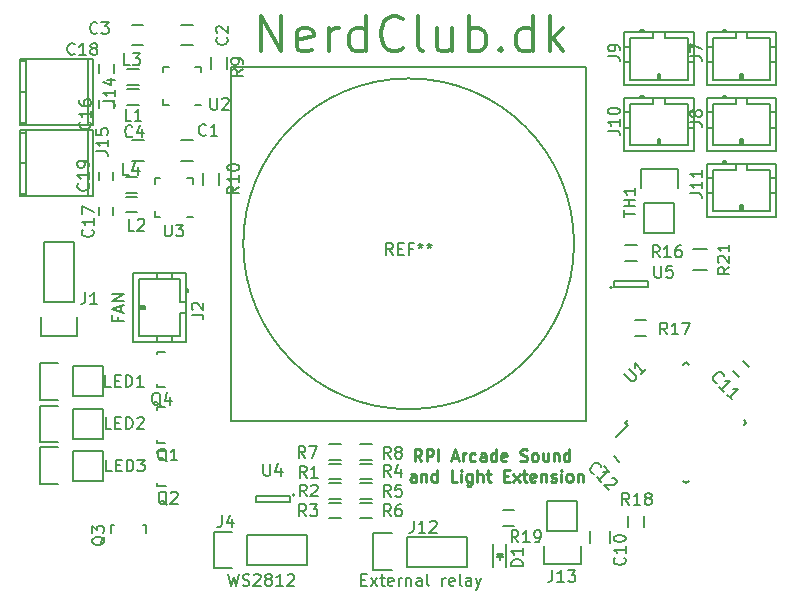
<source format=gto>
G04 #@! TF.GenerationSoftware,KiCad,Pcbnew,5.1.4+dfsg1-1*
G04 #@! TF.CreationDate,2019-10-24T19:10:14+02:00*
G04 #@! TF.ProjectId,rasle,7261736c-652e-46b6-9963-61645f706362,rev?*
G04 #@! TF.SameCoordinates,Original*
G04 #@! TF.FileFunction,Legend,Top*
G04 #@! TF.FilePolarity,Positive*
%FSLAX46Y46*%
G04 Gerber Fmt 4.6, Leading zero omitted, Abs format (unit mm)*
G04 Created by KiCad (PCBNEW 5.1.4+dfsg1-1) date 2019-10-24 19:10:14*
%MOMM*%
%LPD*%
G04 APERTURE LIST*
%ADD10C,0.300000*%
%ADD11C,0.250000*%
%ADD12C,0.150000*%
G04 APERTURE END LIST*
D10*
X220762914Y-103338442D02*
X220762914Y-100338442D01*
X222477200Y-103338442D01*
X222477200Y-100338442D01*
X225048628Y-103195585D02*
X224762914Y-103338442D01*
X224191485Y-103338442D01*
X223905771Y-103195585D01*
X223762914Y-102909871D01*
X223762914Y-101767014D01*
X223905771Y-101481300D01*
X224191485Y-101338442D01*
X224762914Y-101338442D01*
X225048628Y-101481300D01*
X225191485Y-101767014D01*
X225191485Y-102052728D01*
X223762914Y-102338442D01*
X226477200Y-103338442D02*
X226477200Y-101338442D01*
X226477200Y-101909871D02*
X226620057Y-101624157D01*
X226762914Y-101481300D01*
X227048628Y-101338442D01*
X227334342Y-101338442D01*
X229620057Y-103338442D02*
X229620057Y-100338442D01*
X229620057Y-103195585D02*
X229334342Y-103338442D01*
X228762914Y-103338442D01*
X228477200Y-103195585D01*
X228334342Y-103052728D01*
X228191485Y-102767014D01*
X228191485Y-101909871D01*
X228334342Y-101624157D01*
X228477200Y-101481300D01*
X228762914Y-101338442D01*
X229334342Y-101338442D01*
X229620057Y-101481300D01*
X232762914Y-103052728D02*
X232620057Y-103195585D01*
X232191485Y-103338442D01*
X231905771Y-103338442D01*
X231477200Y-103195585D01*
X231191485Y-102909871D01*
X231048628Y-102624157D01*
X230905771Y-102052728D01*
X230905771Y-101624157D01*
X231048628Y-101052728D01*
X231191485Y-100767014D01*
X231477200Y-100481300D01*
X231905771Y-100338442D01*
X232191485Y-100338442D01*
X232620057Y-100481300D01*
X232762914Y-100624157D01*
X234477200Y-103338442D02*
X234191485Y-103195585D01*
X234048628Y-102909871D01*
X234048628Y-100338442D01*
X236905771Y-101338442D02*
X236905771Y-103338442D01*
X235620057Y-101338442D02*
X235620057Y-102909871D01*
X235762914Y-103195585D01*
X236048628Y-103338442D01*
X236477200Y-103338442D01*
X236762914Y-103195585D01*
X236905771Y-103052728D01*
X238334342Y-103338442D02*
X238334342Y-100338442D01*
X238334342Y-101481300D02*
X238620057Y-101338442D01*
X239191485Y-101338442D01*
X239477200Y-101481300D01*
X239620057Y-101624157D01*
X239762914Y-101909871D01*
X239762914Y-102767014D01*
X239620057Y-103052728D01*
X239477200Y-103195585D01*
X239191485Y-103338442D01*
X238620057Y-103338442D01*
X238334342Y-103195585D01*
X241048628Y-103052728D02*
X241191485Y-103195585D01*
X241048628Y-103338442D01*
X240905771Y-103195585D01*
X241048628Y-103052728D01*
X241048628Y-103338442D01*
X243762914Y-103338442D02*
X243762914Y-100338442D01*
X243762914Y-103195585D02*
X243477200Y-103338442D01*
X242905771Y-103338442D01*
X242620057Y-103195585D01*
X242477200Y-103052728D01*
X242334342Y-102767014D01*
X242334342Y-101909871D01*
X242477200Y-101624157D01*
X242620057Y-101481300D01*
X242905771Y-101338442D01*
X243477200Y-101338442D01*
X243762914Y-101481300D01*
X245191485Y-103338442D02*
X245191485Y-100338442D01*
X245477200Y-102195585D02*
X246334342Y-103338442D01*
X246334342Y-101338442D02*
X245191485Y-102481300D01*
D11*
X234333657Y-138020380D02*
X234000323Y-137544190D01*
X233762228Y-138020380D02*
X233762228Y-137020380D01*
X234143180Y-137020380D01*
X234238419Y-137068000D01*
X234286038Y-137115619D01*
X234333657Y-137210857D01*
X234333657Y-137353714D01*
X234286038Y-137448952D01*
X234238419Y-137496571D01*
X234143180Y-137544190D01*
X233762228Y-137544190D01*
X234762228Y-138020380D02*
X234762228Y-137020380D01*
X235143180Y-137020380D01*
X235238419Y-137068000D01*
X235286038Y-137115619D01*
X235333657Y-137210857D01*
X235333657Y-137353714D01*
X235286038Y-137448952D01*
X235238419Y-137496571D01*
X235143180Y-137544190D01*
X234762228Y-137544190D01*
X235762228Y-138020380D02*
X235762228Y-137020380D01*
X236952704Y-137734666D02*
X237428895Y-137734666D01*
X236857466Y-138020380D02*
X237190800Y-137020380D01*
X237524133Y-138020380D01*
X237857466Y-138020380D02*
X237857466Y-137353714D01*
X237857466Y-137544190D02*
X237905085Y-137448952D01*
X237952704Y-137401333D01*
X238047942Y-137353714D01*
X238143180Y-137353714D01*
X238905085Y-137972761D02*
X238809847Y-138020380D01*
X238619371Y-138020380D01*
X238524133Y-137972761D01*
X238476514Y-137925142D01*
X238428895Y-137829904D01*
X238428895Y-137544190D01*
X238476514Y-137448952D01*
X238524133Y-137401333D01*
X238619371Y-137353714D01*
X238809847Y-137353714D01*
X238905085Y-137401333D01*
X239762228Y-138020380D02*
X239762228Y-137496571D01*
X239714609Y-137401333D01*
X239619371Y-137353714D01*
X239428895Y-137353714D01*
X239333657Y-137401333D01*
X239762228Y-137972761D02*
X239666990Y-138020380D01*
X239428895Y-138020380D01*
X239333657Y-137972761D01*
X239286038Y-137877523D01*
X239286038Y-137782285D01*
X239333657Y-137687047D01*
X239428895Y-137639428D01*
X239666990Y-137639428D01*
X239762228Y-137591809D01*
X240666990Y-138020380D02*
X240666990Y-137020380D01*
X240666990Y-137972761D02*
X240571752Y-138020380D01*
X240381276Y-138020380D01*
X240286038Y-137972761D01*
X240238419Y-137925142D01*
X240190800Y-137829904D01*
X240190800Y-137544190D01*
X240238419Y-137448952D01*
X240286038Y-137401333D01*
X240381276Y-137353714D01*
X240571752Y-137353714D01*
X240666990Y-137401333D01*
X241524133Y-137972761D02*
X241428895Y-138020380D01*
X241238419Y-138020380D01*
X241143180Y-137972761D01*
X241095561Y-137877523D01*
X241095561Y-137496571D01*
X241143180Y-137401333D01*
X241238419Y-137353714D01*
X241428895Y-137353714D01*
X241524133Y-137401333D01*
X241571752Y-137496571D01*
X241571752Y-137591809D01*
X241095561Y-137687047D01*
X242714609Y-137972761D02*
X242857466Y-138020380D01*
X243095561Y-138020380D01*
X243190800Y-137972761D01*
X243238419Y-137925142D01*
X243286038Y-137829904D01*
X243286038Y-137734666D01*
X243238419Y-137639428D01*
X243190800Y-137591809D01*
X243095561Y-137544190D01*
X242905085Y-137496571D01*
X242809847Y-137448952D01*
X242762228Y-137401333D01*
X242714609Y-137306095D01*
X242714609Y-137210857D01*
X242762228Y-137115619D01*
X242809847Y-137068000D01*
X242905085Y-137020380D01*
X243143180Y-137020380D01*
X243286038Y-137068000D01*
X243857466Y-138020380D02*
X243762228Y-137972761D01*
X243714609Y-137925142D01*
X243666990Y-137829904D01*
X243666990Y-137544190D01*
X243714609Y-137448952D01*
X243762228Y-137401333D01*
X243857466Y-137353714D01*
X244000323Y-137353714D01*
X244095561Y-137401333D01*
X244143180Y-137448952D01*
X244190800Y-137544190D01*
X244190800Y-137829904D01*
X244143180Y-137925142D01*
X244095561Y-137972761D01*
X244000323Y-138020380D01*
X243857466Y-138020380D01*
X245047942Y-137353714D02*
X245047942Y-138020380D01*
X244619371Y-137353714D02*
X244619371Y-137877523D01*
X244666990Y-137972761D01*
X244762228Y-138020380D01*
X244905085Y-138020380D01*
X245000323Y-137972761D01*
X245047942Y-137925142D01*
X245524133Y-137353714D02*
X245524133Y-138020380D01*
X245524133Y-137448952D02*
X245571752Y-137401333D01*
X245666990Y-137353714D01*
X245809847Y-137353714D01*
X245905085Y-137401333D01*
X245952704Y-137496571D01*
X245952704Y-138020380D01*
X246857466Y-138020380D02*
X246857466Y-137020380D01*
X246857466Y-137972761D02*
X246762228Y-138020380D01*
X246571752Y-138020380D01*
X246476514Y-137972761D01*
X246428895Y-137925142D01*
X246381276Y-137829904D01*
X246381276Y-137544190D01*
X246428895Y-137448952D01*
X246476514Y-137401333D01*
X246571752Y-137353714D01*
X246762228Y-137353714D01*
X246857466Y-137401333D01*
X233833657Y-139770380D02*
X233833657Y-139246571D01*
X233786038Y-139151333D01*
X233690800Y-139103714D01*
X233500323Y-139103714D01*
X233405085Y-139151333D01*
X233833657Y-139722761D02*
X233738419Y-139770380D01*
X233500323Y-139770380D01*
X233405085Y-139722761D01*
X233357466Y-139627523D01*
X233357466Y-139532285D01*
X233405085Y-139437047D01*
X233500323Y-139389428D01*
X233738419Y-139389428D01*
X233833657Y-139341809D01*
X234309847Y-139103714D02*
X234309847Y-139770380D01*
X234309847Y-139198952D02*
X234357466Y-139151333D01*
X234452704Y-139103714D01*
X234595561Y-139103714D01*
X234690800Y-139151333D01*
X234738419Y-139246571D01*
X234738419Y-139770380D01*
X235643180Y-139770380D02*
X235643180Y-138770380D01*
X235643180Y-139722761D02*
X235547942Y-139770380D01*
X235357466Y-139770380D01*
X235262228Y-139722761D01*
X235214609Y-139675142D01*
X235166990Y-139579904D01*
X235166990Y-139294190D01*
X235214609Y-139198952D01*
X235262228Y-139151333D01*
X235357466Y-139103714D01*
X235547942Y-139103714D01*
X235643180Y-139151333D01*
X237357466Y-139770380D02*
X236881276Y-139770380D01*
X236881276Y-138770380D01*
X237690800Y-139770380D02*
X237690800Y-139103714D01*
X237690800Y-138770380D02*
X237643180Y-138818000D01*
X237690800Y-138865619D01*
X237738419Y-138818000D01*
X237690800Y-138770380D01*
X237690800Y-138865619D01*
X238595561Y-139103714D02*
X238595561Y-139913238D01*
X238547942Y-140008476D01*
X238500323Y-140056095D01*
X238405085Y-140103714D01*
X238262228Y-140103714D01*
X238166990Y-140056095D01*
X238595561Y-139722761D02*
X238500323Y-139770380D01*
X238309847Y-139770380D01*
X238214609Y-139722761D01*
X238166990Y-139675142D01*
X238119371Y-139579904D01*
X238119371Y-139294190D01*
X238166990Y-139198952D01*
X238214609Y-139151333D01*
X238309847Y-139103714D01*
X238500323Y-139103714D01*
X238595561Y-139151333D01*
X239071752Y-139770380D02*
X239071752Y-138770380D01*
X239500323Y-139770380D02*
X239500323Y-139246571D01*
X239452704Y-139151333D01*
X239357466Y-139103714D01*
X239214609Y-139103714D01*
X239119371Y-139151333D01*
X239071752Y-139198952D01*
X239833657Y-139103714D02*
X240214609Y-139103714D01*
X239976514Y-138770380D02*
X239976514Y-139627523D01*
X240024133Y-139722761D01*
X240119371Y-139770380D01*
X240214609Y-139770380D01*
X241309847Y-139246571D02*
X241643180Y-139246571D01*
X241786038Y-139770380D02*
X241309847Y-139770380D01*
X241309847Y-138770380D01*
X241786038Y-138770380D01*
X242119371Y-139770380D02*
X242643180Y-139103714D01*
X242119371Y-139103714D02*
X242643180Y-139770380D01*
X242881276Y-139103714D02*
X243262228Y-139103714D01*
X243024133Y-138770380D02*
X243024133Y-139627523D01*
X243071752Y-139722761D01*
X243166990Y-139770380D01*
X243262228Y-139770380D01*
X243976514Y-139722761D02*
X243881276Y-139770380D01*
X243690800Y-139770380D01*
X243595561Y-139722761D01*
X243547942Y-139627523D01*
X243547942Y-139246571D01*
X243595561Y-139151333D01*
X243690800Y-139103714D01*
X243881276Y-139103714D01*
X243976514Y-139151333D01*
X244024133Y-139246571D01*
X244024133Y-139341809D01*
X243547942Y-139437047D01*
X244452704Y-139103714D02*
X244452704Y-139770380D01*
X244452704Y-139198952D02*
X244500323Y-139151333D01*
X244595561Y-139103714D01*
X244738419Y-139103714D01*
X244833657Y-139151333D01*
X244881276Y-139246571D01*
X244881276Y-139770380D01*
X245309847Y-139722761D02*
X245405085Y-139770380D01*
X245595561Y-139770380D01*
X245690800Y-139722761D01*
X245738419Y-139627523D01*
X245738419Y-139579904D01*
X245690800Y-139484666D01*
X245595561Y-139437047D01*
X245452704Y-139437047D01*
X245357466Y-139389428D01*
X245309847Y-139294190D01*
X245309847Y-139246571D01*
X245357466Y-139151333D01*
X245452704Y-139103714D01*
X245595561Y-139103714D01*
X245690800Y-139151333D01*
X246166990Y-139770380D02*
X246166990Y-139103714D01*
X246166990Y-138770380D02*
X246119371Y-138818000D01*
X246166990Y-138865619D01*
X246214609Y-138818000D01*
X246166990Y-138770380D01*
X246166990Y-138865619D01*
X246786038Y-139770380D02*
X246690800Y-139722761D01*
X246643180Y-139675142D01*
X246595561Y-139579904D01*
X246595561Y-139294190D01*
X246643180Y-139198952D01*
X246690800Y-139151333D01*
X246786038Y-139103714D01*
X246928895Y-139103714D01*
X247024133Y-139151333D01*
X247071752Y-139198952D01*
X247119371Y-139294190D01*
X247119371Y-139579904D01*
X247071752Y-139675142D01*
X247024133Y-139722761D01*
X246928895Y-139770380D01*
X246786038Y-139770380D01*
X247547942Y-139103714D02*
X247547942Y-139770380D01*
X247547942Y-139198952D02*
X247595561Y-139151333D01*
X247690800Y-139103714D01*
X247833657Y-139103714D01*
X247928895Y-139151333D01*
X247976514Y-139246571D01*
X247976514Y-139770380D01*
D12*
X218245400Y-134618400D02*
X218245400Y-104618400D01*
X248245400Y-134618400D02*
X218245400Y-134618400D01*
X248245400Y-104618400D02*
X248245400Y-134618400D01*
X218245400Y-104618400D02*
X248245400Y-104618400D01*
X247245400Y-119618400D02*
G75*
G03X247245400Y-119618400I-14000000J0D01*
G01*
X211735400Y-117309600D02*
X211735400Y-116809600D01*
X214985400Y-114059600D02*
X214985400Y-114559600D01*
X211735400Y-114059600D02*
X211735400Y-114559600D01*
X214985400Y-117309600D02*
X214485400Y-117309600D01*
X214985400Y-114059600D02*
X214485400Y-114059600D01*
X211735400Y-114059600D02*
X212235400Y-114059600D01*
X211735400Y-117309600D02*
X212235400Y-117309600D01*
X230263500Y-147232000D02*
X230263500Y-144132000D01*
X231813500Y-147232000D02*
X230263500Y-147232000D01*
X233083500Y-144412000D02*
X233083500Y-146952000D01*
X230263500Y-144132000D02*
X231813500Y-144132000D01*
X238163500Y-144412000D02*
X233083500Y-144412000D01*
X238163500Y-146952000D02*
X238163500Y-144412000D01*
X233083500Y-146952000D02*
X238163500Y-146952000D01*
X258537400Y-121842800D02*
X257337400Y-121842800D01*
X257337400Y-120092800D02*
X258537400Y-120092800D01*
X209787000Y-102818600D02*
X210787000Y-102818600D01*
X210787000Y-101118600D02*
X209787000Y-101118600D01*
X210812400Y-110872200D02*
X209812400Y-110872200D01*
X209812400Y-112572200D02*
X210812400Y-112572200D01*
X250329200Y-144962800D02*
X250329200Y-143962800D01*
X248629200Y-143962800D02*
X248629200Y-144962800D01*
X251595400Y-119708600D02*
X252595400Y-119708600D01*
X252595400Y-121058600D02*
X251595400Y-121058600D01*
X250470000Y-123325200D02*
G75*
G03X250470000Y-123325200I-100000J0D01*
G01*
X250620000Y-122775200D02*
X250620000Y-123275200D01*
X253520000Y-122775200D02*
X250620000Y-122775200D01*
X253520000Y-123275200D02*
X253520000Y-122775200D01*
X250620000Y-123275200D02*
X253520000Y-123275200D01*
X253382800Y-127408600D02*
X252382800Y-127408600D01*
X252382800Y-126058600D02*
X253382800Y-126058600D01*
X230141800Y-137949600D02*
X229141800Y-137949600D01*
X229141800Y-136599600D02*
X230141800Y-136599600D01*
X230141800Y-139575200D02*
X229141800Y-139575200D01*
X229141800Y-138225200D02*
X230141800Y-138225200D01*
X223578000Y-140894000D02*
G75*
G03X223578000Y-140894000I-100000J0D01*
G01*
X223228000Y-141444000D02*
X223228000Y-140944000D01*
X220328000Y-141444000D02*
X223228000Y-141444000D01*
X220328000Y-140944000D02*
X220328000Y-141444000D01*
X223228000Y-140944000D02*
X220328000Y-140944000D01*
X210400000Y-125015800D02*
X210900000Y-125015800D01*
X210900000Y-125115800D02*
X210400000Y-125115800D01*
X210900000Y-124915800D02*
X210900000Y-125115800D01*
X210400000Y-124915800D02*
X210900000Y-124915800D01*
X214500000Y-123715800D02*
X214500000Y-123415800D01*
X214600000Y-123415800D02*
X214400000Y-123415800D01*
X214600000Y-123715800D02*
X214600000Y-123415800D01*
X214400000Y-123715800D02*
X214600000Y-123715800D01*
X211900000Y-127465800D02*
X211900000Y-127965800D01*
X213200000Y-127465800D02*
X213200000Y-127965800D01*
X211900000Y-122065800D02*
X211900000Y-122565800D01*
X213200000Y-122065800D02*
X213200000Y-122565800D01*
X213900000Y-125515800D02*
X214400000Y-125515800D01*
X213900000Y-127465800D02*
X213900000Y-125515800D01*
X210400000Y-127465800D02*
X213900000Y-127465800D01*
X210400000Y-122565800D02*
X210400000Y-127465800D01*
X213900000Y-122565800D02*
X210400000Y-122565800D01*
X213900000Y-124515800D02*
X213900000Y-122565800D01*
X214400000Y-124515800D02*
X213900000Y-124515800D01*
X209900000Y-127965800D02*
X209900000Y-122065800D01*
X214400000Y-127965800D02*
X209900000Y-127965800D01*
X214400000Y-122065800D02*
X214400000Y-127965800D01*
X209900000Y-122065800D02*
X214400000Y-122065800D01*
X204927600Y-124574600D02*
X204927600Y-119494600D01*
X204927600Y-119494600D02*
X202387600Y-119494600D01*
X202387600Y-119494600D02*
X202387600Y-124574600D01*
X202107600Y-127394600D02*
X202107600Y-125844600D01*
X202387600Y-124574600D02*
X204927600Y-124574600D01*
X205207600Y-125844600D02*
X205207600Y-127394600D01*
X205207600Y-127394600D02*
X202107600Y-127394600D01*
X261426600Y-116841600D02*
X261426600Y-116341600D01*
X261526600Y-116341600D02*
X261526600Y-116841600D01*
X261326600Y-116341600D02*
X261526600Y-116341600D01*
X261326600Y-116841600D02*
X261326600Y-116341600D01*
X260126600Y-112741600D02*
X259826600Y-112741600D01*
X259826600Y-112641600D02*
X259826600Y-112841600D01*
X260126600Y-112641600D02*
X259826600Y-112641600D01*
X260126600Y-112841600D02*
X260126600Y-112641600D01*
X263876600Y-115341600D02*
X264376600Y-115341600D01*
X263876600Y-114041600D02*
X264376600Y-114041600D01*
X258476600Y-115341600D02*
X258976600Y-115341600D01*
X258476600Y-114041600D02*
X258976600Y-114041600D01*
X261926600Y-113341600D02*
X261926600Y-112841600D01*
X263876600Y-113341600D02*
X261926600Y-113341600D01*
X263876600Y-116841600D02*
X263876600Y-113341600D01*
X258976600Y-116841600D02*
X263876600Y-116841600D01*
X258976600Y-113341600D02*
X258976600Y-116841600D01*
X260926600Y-113341600D02*
X258976600Y-113341600D01*
X260926600Y-112841600D02*
X260926600Y-113341600D01*
X264376600Y-117341600D02*
X258476600Y-117341600D01*
X264376600Y-112841600D02*
X264376600Y-117341600D01*
X258476600Y-112841600D02*
X264376600Y-112841600D01*
X258476600Y-117341600D02*
X258476600Y-112841600D01*
X254448200Y-111279000D02*
X254448200Y-110779000D01*
X254548200Y-110779000D02*
X254548200Y-111279000D01*
X254348200Y-110779000D02*
X254548200Y-110779000D01*
X254348200Y-111279000D02*
X254348200Y-110779000D01*
X253148200Y-107179000D02*
X252848200Y-107179000D01*
X252848200Y-107079000D02*
X252848200Y-107279000D01*
X253148200Y-107079000D02*
X252848200Y-107079000D01*
X253148200Y-107279000D02*
X253148200Y-107079000D01*
X256898200Y-109779000D02*
X257398200Y-109779000D01*
X256898200Y-108479000D02*
X257398200Y-108479000D01*
X251498200Y-109779000D02*
X251998200Y-109779000D01*
X251498200Y-108479000D02*
X251998200Y-108479000D01*
X254948200Y-107779000D02*
X254948200Y-107279000D01*
X256898200Y-107779000D02*
X254948200Y-107779000D01*
X256898200Y-111279000D02*
X256898200Y-107779000D01*
X251998200Y-111279000D02*
X256898200Y-111279000D01*
X251998200Y-107779000D02*
X251998200Y-111279000D01*
X253948200Y-107779000D02*
X251998200Y-107779000D01*
X253948200Y-107279000D02*
X253948200Y-107779000D01*
X257398200Y-111779000D02*
X251498200Y-111779000D01*
X257398200Y-107279000D02*
X257398200Y-111779000D01*
X251498200Y-107279000D02*
X257398200Y-107279000D01*
X251498200Y-111779000D02*
X251498200Y-107279000D01*
X261426600Y-105716400D02*
X261426600Y-105216400D01*
X261526600Y-105216400D02*
X261526600Y-105716400D01*
X261326600Y-105216400D02*
X261526600Y-105216400D01*
X261326600Y-105716400D02*
X261326600Y-105216400D01*
X260126600Y-101616400D02*
X259826600Y-101616400D01*
X259826600Y-101516400D02*
X259826600Y-101716400D01*
X260126600Y-101516400D02*
X259826600Y-101516400D01*
X260126600Y-101716400D02*
X260126600Y-101516400D01*
X263876600Y-104216400D02*
X264376600Y-104216400D01*
X263876600Y-102916400D02*
X264376600Y-102916400D01*
X258476600Y-104216400D02*
X258976600Y-104216400D01*
X258476600Y-102916400D02*
X258976600Y-102916400D01*
X261926600Y-102216400D02*
X261926600Y-101716400D01*
X263876600Y-102216400D02*
X261926600Y-102216400D01*
X263876600Y-105716400D02*
X263876600Y-102216400D01*
X258976600Y-105716400D02*
X263876600Y-105716400D01*
X258976600Y-102216400D02*
X258976600Y-105716400D01*
X260926600Y-102216400D02*
X258976600Y-102216400D01*
X260926600Y-101716400D02*
X260926600Y-102216400D01*
X264376600Y-106216400D02*
X258476600Y-106216400D01*
X264376600Y-101716400D02*
X264376600Y-106216400D01*
X258476600Y-101716400D02*
X264376600Y-101716400D01*
X258476600Y-106216400D02*
X258476600Y-101716400D01*
X216763400Y-147105000D02*
X216763400Y-144005000D01*
X218313400Y-147105000D02*
X216763400Y-147105000D01*
X219583400Y-144285000D02*
X219583400Y-146825000D01*
X216763400Y-144005000D02*
X218313400Y-144005000D01*
X224663400Y-144285000D02*
X219583400Y-144285000D01*
X224663400Y-146825000D02*
X224663400Y-144285000D01*
X219583400Y-146825000D02*
X224663400Y-146825000D01*
X251585430Y-134769642D02*
X251815240Y-134999452D01*
X256711954Y-129643118D02*
X256941764Y-129872928D01*
X261838478Y-134769642D02*
X261608668Y-134539832D01*
X256711954Y-139896166D02*
X256482144Y-139666356D01*
X251585430Y-134769642D02*
X251815240Y-134539832D01*
X256711954Y-139896166D02*
X256941764Y-139666356D01*
X261838478Y-134769642D02*
X261608668Y-134999452D01*
X256711954Y-129643118D02*
X256482144Y-129872928D01*
X251815240Y-134999452D02*
X250807612Y-136007079D01*
X261586357Y-129572129D02*
X262081331Y-130067103D01*
X261232803Y-130915631D02*
X260737829Y-130420657D01*
X250598847Y-137571119D02*
X251093821Y-138066093D01*
X250245293Y-138914621D02*
X249750319Y-138419647D01*
X210824160Y-143406160D02*
X210775900Y-143406160D01*
X208025180Y-144107200D02*
X208025180Y-143406160D01*
X208025180Y-143406160D02*
X208274100Y-143406160D01*
X210824160Y-143406160D02*
X211024820Y-143406160D01*
X211024820Y-143406160D02*
X211024820Y-144107200D01*
X207391400Y-139662200D02*
X207391400Y-137122200D01*
X204851400Y-139662200D02*
X207391400Y-139662200D01*
X202031400Y-139942200D02*
X202031400Y-136842200D01*
X203581400Y-139942200D02*
X202031400Y-139942200D01*
X204851400Y-137122200D02*
X204851400Y-139662200D01*
X202031400Y-136842200D02*
X203581400Y-136842200D01*
X204851400Y-137122200D02*
X207391400Y-137122200D01*
X207391400Y-132524800D02*
X207391400Y-129984800D01*
X204851400Y-132524800D02*
X207391400Y-132524800D01*
X202031400Y-132804800D02*
X202031400Y-129704800D01*
X203581400Y-132804800D02*
X202031400Y-132804800D01*
X204851400Y-129984800D02*
X204851400Y-132524800D01*
X202031400Y-129704800D02*
X203581400Y-129704800D01*
X204851400Y-129984800D02*
X207391400Y-129984800D01*
X207391400Y-136131600D02*
X207391400Y-133591600D01*
X204851400Y-136131600D02*
X207391400Y-136131600D01*
X202031400Y-136411600D02*
X202031400Y-133311600D01*
X203581400Y-136411600D02*
X202031400Y-136411600D01*
X204851400Y-133591600D02*
X204851400Y-136131600D01*
X202031400Y-133311600D02*
X203581400Y-133311600D01*
X204851400Y-133591600D02*
X207391400Y-133591600D01*
X211948160Y-133664040D02*
X211948160Y-133712300D01*
X212649200Y-136463020D02*
X211948160Y-136463020D01*
X211948160Y-136463020D02*
X211948160Y-136214100D01*
X211948160Y-133664040D02*
X211948160Y-133463380D01*
X211948160Y-133463380D02*
X212649200Y-133463380D01*
X227513600Y-142877200D02*
X226513600Y-142877200D01*
X226513600Y-141527200D02*
X227513600Y-141527200D01*
X227500200Y-139575200D02*
X226500200Y-139575200D01*
X226500200Y-138225200D02*
X227500200Y-138225200D01*
X227500200Y-141200800D02*
X226500200Y-141200800D01*
X226500200Y-139850800D02*
X227500200Y-139850800D01*
X230141800Y-141226200D02*
X229141800Y-141226200D01*
X229141800Y-139876200D02*
X230141800Y-139876200D01*
X230167200Y-142877200D02*
X229167200Y-142877200D01*
X229167200Y-141527200D02*
X230167200Y-141527200D01*
X227500200Y-137949600D02*
X226500200Y-137949600D01*
X226500200Y-136599600D02*
X227500200Y-136599600D01*
X217845400Y-103830800D02*
X217845400Y-104830800D01*
X216495400Y-104830800D02*
X216495400Y-103830800D01*
X217210400Y-113635200D02*
X217210400Y-114635200D01*
X215860400Y-114635200D02*
X215860400Y-113635200D01*
X251852200Y-143628600D02*
X251852200Y-142628600D01*
X253202200Y-142628600D02*
X253202200Y-143628600D01*
X214978000Y-110872200D02*
X213978000Y-110872200D01*
X213978000Y-112572200D02*
X214978000Y-112572200D01*
X213983400Y-102818600D02*
X214983400Y-102818600D01*
X214983400Y-101118600D02*
X213983400Y-101118600D01*
X258476600Y-111779000D02*
X258476600Y-107279000D01*
X258476600Y-107279000D02*
X264376600Y-107279000D01*
X264376600Y-107279000D02*
X264376600Y-111779000D01*
X264376600Y-111779000D02*
X258476600Y-111779000D01*
X260926600Y-107279000D02*
X260926600Y-107779000D01*
X260926600Y-107779000D02*
X258976600Y-107779000D01*
X258976600Y-107779000D02*
X258976600Y-111279000D01*
X258976600Y-111279000D02*
X263876600Y-111279000D01*
X263876600Y-111279000D02*
X263876600Y-107779000D01*
X263876600Y-107779000D02*
X261926600Y-107779000D01*
X261926600Y-107779000D02*
X261926600Y-107279000D01*
X258476600Y-108479000D02*
X258976600Y-108479000D01*
X258476600Y-109779000D02*
X258976600Y-109779000D01*
X263876600Y-108479000D02*
X264376600Y-108479000D01*
X263876600Y-109779000D02*
X264376600Y-109779000D01*
X260126600Y-107279000D02*
X260126600Y-107079000D01*
X260126600Y-107079000D02*
X259826600Y-107079000D01*
X259826600Y-107079000D02*
X259826600Y-107279000D01*
X260126600Y-107179000D02*
X259826600Y-107179000D01*
X261326600Y-111279000D02*
X261326600Y-110779000D01*
X261326600Y-110779000D02*
X261526600Y-110779000D01*
X261526600Y-110779000D02*
X261526600Y-111279000D01*
X261426600Y-111279000D02*
X261426600Y-110779000D01*
X251517000Y-106216400D02*
X251517000Y-101716400D01*
X251517000Y-101716400D02*
X257417000Y-101716400D01*
X257417000Y-101716400D02*
X257417000Y-106216400D01*
X257417000Y-106216400D02*
X251517000Y-106216400D01*
X253967000Y-101716400D02*
X253967000Y-102216400D01*
X253967000Y-102216400D02*
X252017000Y-102216400D01*
X252017000Y-102216400D02*
X252017000Y-105716400D01*
X252017000Y-105716400D02*
X256917000Y-105716400D01*
X256917000Y-105716400D02*
X256917000Y-102216400D01*
X256917000Y-102216400D02*
X254967000Y-102216400D01*
X254967000Y-102216400D02*
X254967000Y-101716400D01*
X251517000Y-102916400D02*
X252017000Y-102916400D01*
X251517000Y-104216400D02*
X252017000Y-104216400D01*
X256917000Y-102916400D02*
X257417000Y-102916400D01*
X256917000Y-104216400D02*
X257417000Y-104216400D01*
X253167000Y-101716400D02*
X253167000Y-101516400D01*
X253167000Y-101516400D02*
X252867000Y-101516400D01*
X252867000Y-101516400D02*
X252867000Y-101716400D01*
X253167000Y-101616400D02*
X252867000Y-101616400D01*
X254367000Y-105716400D02*
X254367000Y-105216400D01*
X254367000Y-105216400D02*
X254567000Y-105216400D01*
X254567000Y-105216400D02*
X254567000Y-105716400D01*
X254467000Y-105716400D02*
X254467000Y-105216400D01*
X211973560Y-137321640D02*
X211973560Y-137369900D01*
X212674600Y-140120620D02*
X211973560Y-140120620D01*
X211973560Y-140120620D02*
X211973560Y-139871700D01*
X211973560Y-137321640D02*
X211973560Y-137120980D01*
X211973560Y-137120980D02*
X212674600Y-137120980D01*
X211948160Y-128939640D02*
X211948160Y-128987900D01*
X212649200Y-131738620D02*
X211948160Y-131738620D01*
X211948160Y-131738620D02*
X211948160Y-131489700D01*
X211948160Y-128939640D02*
X211948160Y-128738980D01*
X211948160Y-128738980D02*
X212649200Y-128738980D01*
X255753000Y-116124020D02*
X255753000Y-118664020D01*
X256033000Y-113304020D02*
X256033000Y-114854020D01*
X255753000Y-116124020D02*
X253213000Y-116124020D01*
X252933000Y-114854020D02*
X252933000Y-113304020D01*
X252933000Y-113304020D02*
X256033000Y-113304020D01*
X253213000Y-116124020D02*
X253213000Y-118664020D01*
X253213000Y-118664020D02*
X255753000Y-118664020D01*
X212446600Y-107860800D02*
X212946600Y-107860800D01*
X212446600Y-104610800D02*
X212946600Y-104610800D01*
X215696600Y-104610800D02*
X215196600Y-104610800D01*
X215696600Y-107860800D02*
X215196600Y-107860800D01*
X212446600Y-104610800D02*
X212446600Y-105110800D01*
X215696600Y-104610800D02*
X215696600Y-105110800D01*
X212446600Y-107860800D02*
X212446600Y-107360800D01*
X207070800Y-108123200D02*
X207070800Y-107423200D01*
X208270800Y-107423200D02*
X208270800Y-108123200D01*
X207045400Y-117203000D02*
X207045400Y-116503000D01*
X208245400Y-116503000D02*
X208245400Y-117203000D01*
X207070800Y-105124600D02*
X207070800Y-104424600D01*
X208270800Y-104424600D02*
X208270800Y-105124600D01*
X207045400Y-114205800D02*
X207045400Y-113505800D01*
X208245400Y-113505800D02*
X208245400Y-114205800D01*
X210431400Y-107850600D02*
X209431400Y-107850600D01*
X209431400Y-106500600D02*
X210431400Y-106500600D01*
X210279000Y-116969200D02*
X209279000Y-116969200D01*
X209279000Y-115619200D02*
X210279000Y-115619200D01*
X209431400Y-104849600D02*
X210431400Y-104849600D01*
X210431400Y-106199600D02*
X209431400Y-106199600D01*
X209279000Y-113942800D02*
X210279000Y-113942800D01*
X210279000Y-115292800D02*
X209279000Y-115292800D01*
X206525119Y-103962841D02*
X200327519Y-103962841D01*
X206525119Y-109561001D02*
X206525119Y-103962841D01*
X200327519Y-109561001D02*
X206525119Y-109561001D01*
X200327519Y-103962841D02*
X200327519Y-109561001D01*
X206126339Y-103962841D02*
X206126339Y-109561001D01*
X200327519Y-106761921D02*
X200825359Y-106761921D01*
X200825359Y-109362881D02*
X200327519Y-109362881D01*
X200327519Y-104160961D02*
X200825359Y-104160961D01*
X200825359Y-109561001D02*
X200825359Y-103962841D01*
X200825359Y-115611001D02*
X200825359Y-110012841D01*
X200327519Y-110210961D02*
X200825359Y-110210961D01*
X200825359Y-115412881D02*
X200327519Y-115412881D01*
X200327519Y-112811921D02*
X200825359Y-112811921D01*
X206126339Y-110012841D02*
X206126339Y-115611001D01*
X200327519Y-110012841D02*
X200327519Y-115611001D01*
X200327519Y-115611001D02*
X206525119Y-115611001D01*
X206525119Y-115611001D02*
X206525119Y-110012841D01*
X206525119Y-110012841D02*
X200327519Y-110012841D01*
X244983400Y-143904000D02*
X244983400Y-141364000D01*
X244703400Y-146724000D02*
X244703400Y-145174000D01*
X244983400Y-143904000D02*
X247523400Y-143904000D01*
X247803400Y-145174000D02*
X247803400Y-146724000D01*
X247803400Y-146724000D02*
X244703400Y-146724000D01*
X247523400Y-143904000D02*
X247523400Y-141364000D01*
X247523400Y-141364000D02*
X244983400Y-141364000D01*
X240412580Y-145062060D02*
X240412580Y-146962060D01*
X241512580Y-145062060D02*
X241512580Y-146962060D01*
X240962580Y-145962060D02*
X240962580Y-146412060D01*
X241212580Y-145912060D02*
X240712580Y-145912060D01*
X240962580Y-145912060D02*
X241212580Y-146162060D01*
X241212580Y-146162060D02*
X240712580Y-146162060D01*
X240712580Y-146162060D02*
X240962580Y-145912060D01*
X241194100Y-142134260D02*
X242194100Y-142134260D01*
X242194100Y-143484260D02*
X241194100Y-143484260D01*
X231912066Y-120570780D02*
X231578733Y-120094590D01*
X231340638Y-120570780D02*
X231340638Y-119570780D01*
X231721590Y-119570780D01*
X231816828Y-119618400D01*
X231864447Y-119666019D01*
X231912066Y-119761257D01*
X231912066Y-119904114D01*
X231864447Y-119999352D01*
X231816828Y-120046971D01*
X231721590Y-120094590D01*
X231340638Y-120094590D01*
X232340638Y-120046971D02*
X232673971Y-120046971D01*
X232816828Y-120570780D02*
X232340638Y-120570780D01*
X232340638Y-119570780D01*
X232816828Y-119570780D01*
X233578733Y-120046971D02*
X233245400Y-120046971D01*
X233245400Y-120570780D02*
X233245400Y-119570780D01*
X233721590Y-119570780D01*
X234245400Y-119570780D02*
X234245400Y-119808876D01*
X234007304Y-119713638D02*
X234245400Y-119808876D01*
X234483495Y-119713638D01*
X234102542Y-119999352D02*
X234245400Y-119808876D01*
X234388257Y-119999352D01*
X235007304Y-119570780D02*
X235007304Y-119808876D01*
X234769209Y-119713638D02*
X235007304Y-119808876D01*
X235245400Y-119713638D01*
X234864447Y-119999352D02*
X235007304Y-119808876D01*
X235150161Y-119999352D01*
X212598495Y-117986980D02*
X212598495Y-118796504D01*
X212646114Y-118891742D01*
X212693733Y-118939361D01*
X212788971Y-118986980D01*
X212979447Y-118986980D01*
X213074685Y-118939361D01*
X213122304Y-118891742D01*
X213169923Y-118796504D01*
X213169923Y-117986980D01*
X213550876Y-117986980D02*
X214169923Y-117986980D01*
X213836590Y-118367933D01*
X213979447Y-118367933D01*
X214074685Y-118415552D01*
X214122304Y-118463171D01*
X214169923Y-118558409D01*
X214169923Y-118796504D01*
X214122304Y-118891742D01*
X214074685Y-118939361D01*
X213979447Y-118986980D01*
X213693733Y-118986980D01*
X213598495Y-118939361D01*
X213550876Y-118891742D01*
X233670976Y-143064280D02*
X233670976Y-143778566D01*
X233623357Y-143921423D01*
X233528119Y-144016661D01*
X233385261Y-144064280D01*
X233290023Y-144064280D01*
X234670976Y-144064280D02*
X234099547Y-144064280D01*
X234385261Y-144064280D02*
X234385261Y-143064280D01*
X234290023Y-143207138D01*
X234194785Y-143302376D01*
X234099547Y-143349995D01*
X235051928Y-143159519D02*
X235099547Y-143111900D01*
X235194785Y-143064280D01*
X235432880Y-143064280D01*
X235528119Y-143111900D01*
X235575738Y-143159519D01*
X235623357Y-143254757D01*
X235623357Y-143349995D01*
X235575738Y-143492852D01*
X235004309Y-144064280D01*
X235623357Y-144064280D01*
X229253490Y-148048971D02*
X229586823Y-148048971D01*
X229729680Y-148572780D02*
X229253490Y-148572780D01*
X229253490Y-147572780D01*
X229729680Y-147572780D01*
X230063014Y-148572780D02*
X230586823Y-147906114D01*
X230063014Y-147906114D02*
X230586823Y-148572780D01*
X230824919Y-147906114D02*
X231205871Y-147906114D01*
X230967776Y-147572780D02*
X230967776Y-148429923D01*
X231015395Y-148525161D01*
X231110633Y-148572780D01*
X231205871Y-148572780D01*
X231920157Y-148525161D02*
X231824919Y-148572780D01*
X231634442Y-148572780D01*
X231539204Y-148525161D01*
X231491585Y-148429923D01*
X231491585Y-148048971D01*
X231539204Y-147953733D01*
X231634442Y-147906114D01*
X231824919Y-147906114D01*
X231920157Y-147953733D01*
X231967776Y-148048971D01*
X231967776Y-148144209D01*
X231491585Y-148239447D01*
X232396347Y-148572780D02*
X232396347Y-147906114D01*
X232396347Y-148096590D02*
X232443966Y-148001352D01*
X232491585Y-147953733D01*
X232586823Y-147906114D01*
X232682061Y-147906114D01*
X233015395Y-147906114D02*
X233015395Y-148572780D01*
X233015395Y-148001352D02*
X233063014Y-147953733D01*
X233158252Y-147906114D01*
X233301109Y-147906114D01*
X233396347Y-147953733D01*
X233443966Y-148048971D01*
X233443966Y-148572780D01*
X234348728Y-148572780D02*
X234348728Y-148048971D01*
X234301109Y-147953733D01*
X234205871Y-147906114D01*
X234015395Y-147906114D01*
X233920157Y-147953733D01*
X234348728Y-148525161D02*
X234253490Y-148572780D01*
X234015395Y-148572780D01*
X233920157Y-148525161D01*
X233872538Y-148429923D01*
X233872538Y-148334685D01*
X233920157Y-148239447D01*
X234015395Y-148191828D01*
X234253490Y-148191828D01*
X234348728Y-148144209D01*
X234967776Y-148572780D02*
X234872538Y-148525161D01*
X234824919Y-148429923D01*
X234824919Y-147572780D01*
X236110633Y-148572780D02*
X236110633Y-147906114D01*
X236110633Y-148096590D02*
X236158252Y-148001352D01*
X236205871Y-147953733D01*
X236301109Y-147906114D01*
X236396347Y-147906114D01*
X237110633Y-148525161D02*
X237015395Y-148572780D01*
X236824919Y-148572780D01*
X236729680Y-148525161D01*
X236682061Y-148429923D01*
X236682061Y-148048971D01*
X236729680Y-147953733D01*
X236824919Y-147906114D01*
X237015395Y-147906114D01*
X237110633Y-147953733D01*
X237158252Y-148048971D01*
X237158252Y-148144209D01*
X236682061Y-148239447D01*
X237729680Y-148572780D02*
X237634442Y-148525161D01*
X237586823Y-148429923D01*
X237586823Y-147572780D01*
X238539204Y-148572780D02*
X238539204Y-148048971D01*
X238491585Y-147953733D01*
X238396347Y-147906114D01*
X238205871Y-147906114D01*
X238110633Y-147953733D01*
X238539204Y-148525161D02*
X238443966Y-148572780D01*
X238205871Y-148572780D01*
X238110633Y-148525161D01*
X238063014Y-148429923D01*
X238063014Y-148334685D01*
X238110633Y-148239447D01*
X238205871Y-148191828D01*
X238443966Y-148191828D01*
X238539204Y-148144209D01*
X238920157Y-147906114D02*
X239158252Y-148572780D01*
X239396347Y-147906114D02*
X239158252Y-148572780D01*
X239063014Y-148810876D01*
X239015395Y-148858495D01*
X238920157Y-148906114D01*
X260409040Y-121585257D02*
X259932850Y-121918590D01*
X260409040Y-122156685D02*
X259409040Y-122156685D01*
X259409040Y-121775733D01*
X259456660Y-121680495D01*
X259504279Y-121632876D01*
X259599517Y-121585257D01*
X259742374Y-121585257D01*
X259837612Y-121632876D01*
X259885231Y-121680495D01*
X259932850Y-121775733D01*
X259932850Y-122156685D01*
X259504279Y-121204304D02*
X259456660Y-121156685D01*
X259409040Y-121061447D01*
X259409040Y-120823352D01*
X259456660Y-120728114D01*
X259504279Y-120680495D01*
X259599517Y-120632876D01*
X259694755Y-120632876D01*
X259837612Y-120680495D01*
X260409040Y-121251923D01*
X260409040Y-120632876D01*
X260409040Y-119680495D02*
X260409040Y-120251923D01*
X260409040Y-119966209D02*
X259409040Y-119966209D01*
X259551898Y-120061447D01*
X259647136Y-120156685D01*
X259694755Y-120251923D01*
X206894533Y-101741542D02*
X206846914Y-101789161D01*
X206704057Y-101836780D01*
X206608819Y-101836780D01*
X206465961Y-101789161D01*
X206370723Y-101693923D01*
X206323104Y-101598685D01*
X206275485Y-101408209D01*
X206275485Y-101265352D01*
X206323104Y-101074876D01*
X206370723Y-100979638D01*
X206465961Y-100884400D01*
X206608819Y-100836780D01*
X206704057Y-100836780D01*
X206846914Y-100884400D01*
X206894533Y-100932019D01*
X207227866Y-100836780D02*
X207846914Y-100836780D01*
X207513580Y-101217733D01*
X207656438Y-101217733D01*
X207751676Y-101265352D01*
X207799295Y-101312971D01*
X207846914Y-101408209D01*
X207846914Y-101646304D01*
X207799295Y-101741542D01*
X207751676Y-101789161D01*
X207656438Y-101836780D01*
X207370723Y-101836780D01*
X207275485Y-101789161D01*
X207227866Y-101741542D01*
X209850333Y-110504542D02*
X209802714Y-110552161D01*
X209659857Y-110599780D01*
X209564619Y-110599780D01*
X209421761Y-110552161D01*
X209326523Y-110456923D01*
X209278904Y-110361685D01*
X209231285Y-110171209D01*
X209231285Y-110028352D01*
X209278904Y-109837876D01*
X209326523Y-109742638D01*
X209421761Y-109647400D01*
X209564619Y-109599780D01*
X209659857Y-109599780D01*
X209802714Y-109647400D01*
X209850333Y-109695019D01*
X210707476Y-109933114D02*
X210707476Y-110599780D01*
X210469380Y-109552161D02*
X210231285Y-110266447D01*
X210850333Y-110266447D01*
X251512742Y-146197857D02*
X251560361Y-146245476D01*
X251607980Y-146388333D01*
X251607980Y-146483571D01*
X251560361Y-146626428D01*
X251465123Y-146721666D01*
X251369885Y-146769285D01*
X251179409Y-146816904D01*
X251036552Y-146816904D01*
X250846076Y-146769285D01*
X250750838Y-146721666D01*
X250655600Y-146626428D01*
X250607980Y-146483571D01*
X250607980Y-146388333D01*
X250655600Y-146245476D01*
X250703219Y-146197857D01*
X251607980Y-145245476D02*
X251607980Y-145816904D01*
X251607980Y-145531190D02*
X250607980Y-145531190D01*
X250750838Y-145626428D01*
X250846076Y-145721666D01*
X250893695Y-145816904D01*
X250607980Y-144626428D02*
X250607980Y-144531190D01*
X250655600Y-144435952D01*
X250703219Y-144388333D01*
X250798457Y-144340714D01*
X250988933Y-144293095D01*
X251227028Y-144293095D01*
X251417504Y-144340714D01*
X251512742Y-144388333D01*
X251560361Y-144435952D01*
X251607980Y-144531190D01*
X251607980Y-144626428D01*
X251560361Y-144721666D01*
X251512742Y-144769285D01*
X251417504Y-144816904D01*
X251227028Y-144864523D01*
X250988933Y-144864523D01*
X250798457Y-144816904D01*
X250703219Y-144769285D01*
X250655600Y-144721666D01*
X250607980Y-144626428D01*
X254488542Y-120759780D02*
X254155209Y-120283590D01*
X253917114Y-120759780D02*
X253917114Y-119759780D01*
X254298066Y-119759780D01*
X254393304Y-119807400D01*
X254440923Y-119855019D01*
X254488542Y-119950257D01*
X254488542Y-120093114D01*
X254440923Y-120188352D01*
X254393304Y-120235971D01*
X254298066Y-120283590D01*
X253917114Y-120283590D01*
X255440923Y-120759780D02*
X254869495Y-120759780D01*
X255155209Y-120759780D02*
X255155209Y-119759780D01*
X255059971Y-119902638D01*
X254964733Y-119997876D01*
X254869495Y-120045495D01*
X256298066Y-119759780D02*
X256107590Y-119759780D01*
X256012352Y-119807400D01*
X255964733Y-119855019D01*
X255869495Y-119997876D01*
X255821876Y-120188352D01*
X255821876Y-120569304D01*
X255869495Y-120664542D01*
X255917114Y-120712161D01*
X256012352Y-120759780D01*
X256202828Y-120759780D01*
X256298066Y-120712161D01*
X256345685Y-120664542D01*
X256393304Y-120569304D01*
X256393304Y-120331209D01*
X256345685Y-120235971D01*
X256298066Y-120188352D01*
X256202828Y-120140733D01*
X256012352Y-120140733D01*
X255917114Y-120188352D01*
X255869495Y-120235971D01*
X255821876Y-120331209D01*
X254051295Y-121486980D02*
X254051295Y-122296504D01*
X254098914Y-122391742D01*
X254146533Y-122439361D01*
X254241771Y-122486980D01*
X254432247Y-122486980D01*
X254527485Y-122439361D01*
X254575104Y-122391742D01*
X254622723Y-122296504D01*
X254622723Y-121486980D01*
X255575104Y-121486980D02*
X255098914Y-121486980D01*
X255051295Y-121963171D01*
X255098914Y-121915552D01*
X255194152Y-121867933D01*
X255432247Y-121867933D01*
X255527485Y-121915552D01*
X255575104Y-121963171D01*
X255622723Y-122058409D01*
X255622723Y-122296504D01*
X255575104Y-122391742D01*
X255527485Y-122439361D01*
X255432247Y-122486980D01*
X255194152Y-122486980D01*
X255098914Y-122439361D01*
X255051295Y-122391742D01*
X255135542Y-127287580D02*
X254802209Y-126811390D01*
X254564114Y-127287580D02*
X254564114Y-126287580D01*
X254945066Y-126287580D01*
X255040304Y-126335200D01*
X255087923Y-126382819D01*
X255135542Y-126478057D01*
X255135542Y-126620914D01*
X255087923Y-126716152D01*
X255040304Y-126763771D01*
X254945066Y-126811390D01*
X254564114Y-126811390D01*
X256087923Y-127287580D02*
X255516495Y-127287580D01*
X255802209Y-127287580D02*
X255802209Y-126287580D01*
X255706971Y-126430438D01*
X255611733Y-126525676D01*
X255516495Y-126573295D01*
X256421257Y-126287580D02*
X257087923Y-126287580D01*
X256659352Y-127287580D01*
X231710333Y-137803180D02*
X231377000Y-137326990D01*
X231138904Y-137803180D02*
X231138904Y-136803180D01*
X231519857Y-136803180D01*
X231615095Y-136850800D01*
X231662714Y-136898419D01*
X231710333Y-136993657D01*
X231710333Y-137136514D01*
X231662714Y-137231752D01*
X231615095Y-137279371D01*
X231519857Y-137326990D01*
X231138904Y-137326990D01*
X232281761Y-137231752D02*
X232186523Y-137184133D01*
X232138904Y-137136514D01*
X232091285Y-137041276D01*
X232091285Y-136993657D01*
X232138904Y-136898419D01*
X232186523Y-136850800D01*
X232281761Y-136803180D01*
X232472238Y-136803180D01*
X232567476Y-136850800D01*
X232615095Y-136898419D01*
X232662714Y-136993657D01*
X232662714Y-137041276D01*
X232615095Y-137136514D01*
X232567476Y-137184133D01*
X232472238Y-137231752D01*
X232281761Y-137231752D01*
X232186523Y-137279371D01*
X232138904Y-137326990D01*
X232091285Y-137422228D01*
X232091285Y-137612704D01*
X232138904Y-137707942D01*
X232186523Y-137755561D01*
X232281761Y-137803180D01*
X232472238Y-137803180D01*
X232567476Y-137755561D01*
X232615095Y-137707942D01*
X232662714Y-137612704D01*
X232662714Y-137422228D01*
X232615095Y-137326990D01*
X232567476Y-137279371D01*
X232472238Y-137231752D01*
X231710333Y-139327180D02*
X231377000Y-138850990D01*
X231138904Y-139327180D02*
X231138904Y-138327180D01*
X231519857Y-138327180D01*
X231615095Y-138374800D01*
X231662714Y-138422419D01*
X231710333Y-138517657D01*
X231710333Y-138660514D01*
X231662714Y-138755752D01*
X231615095Y-138803371D01*
X231519857Y-138850990D01*
X231138904Y-138850990D01*
X232567476Y-138660514D02*
X232567476Y-139327180D01*
X232329380Y-138279561D02*
X232091285Y-138993847D01*
X232710333Y-138993847D01*
X220955095Y-138250980D02*
X220955095Y-139060504D01*
X221002714Y-139155742D01*
X221050333Y-139203361D01*
X221145571Y-139250980D01*
X221336047Y-139250980D01*
X221431285Y-139203361D01*
X221478904Y-139155742D01*
X221526523Y-139060504D01*
X221526523Y-138250980D01*
X222431285Y-138584314D02*
X222431285Y-139250980D01*
X222193190Y-138203361D02*
X221955095Y-138917647D01*
X222574142Y-138917647D01*
X214870180Y-125619133D02*
X215584466Y-125619133D01*
X215727323Y-125666752D01*
X215822561Y-125761990D01*
X215870180Y-125904847D01*
X215870180Y-126000085D01*
X214965419Y-125190561D02*
X214917800Y-125142942D01*
X214870180Y-125047704D01*
X214870180Y-124809609D01*
X214917800Y-124714371D01*
X214965419Y-124666752D01*
X215060657Y-124619133D01*
X215155895Y-124619133D01*
X215298752Y-124666752D01*
X215870180Y-125238180D01*
X215870180Y-124619133D01*
X208628571Y-125825323D02*
X208628571Y-126158657D01*
X209152380Y-126158657D02*
X208152380Y-126158657D01*
X208152380Y-125682466D01*
X208866666Y-125349133D02*
X208866666Y-124872942D01*
X209152380Y-125444371D02*
X208152380Y-125111038D01*
X209152380Y-124777704D01*
X209152380Y-124444371D02*
X208152380Y-124444371D01*
X209152380Y-123872942D01*
X208152380Y-123872942D01*
X205864266Y-123722180D02*
X205864266Y-124436466D01*
X205816647Y-124579323D01*
X205721409Y-124674561D01*
X205578552Y-124722180D01*
X205483314Y-124722180D01*
X206864266Y-124722180D02*
X206292838Y-124722180D01*
X206578552Y-124722180D02*
X206578552Y-123722180D01*
X206483314Y-123865038D01*
X206388076Y-123960276D01*
X206292838Y-124007895D01*
X257084980Y-115351123D02*
X257799266Y-115351123D01*
X257942123Y-115398742D01*
X258037361Y-115493980D01*
X258084980Y-115636838D01*
X258084980Y-115732076D01*
X258084980Y-114351123D02*
X258084980Y-114922552D01*
X258084980Y-114636838D02*
X257084980Y-114636838D01*
X257227838Y-114732076D01*
X257323076Y-114827314D01*
X257370695Y-114922552D01*
X258084980Y-113398742D02*
X258084980Y-113970171D01*
X258084980Y-113684457D02*
X257084980Y-113684457D01*
X257227838Y-113779695D01*
X257323076Y-113874933D01*
X257370695Y-113970171D01*
X250106580Y-110042523D02*
X250820866Y-110042523D01*
X250963723Y-110090142D01*
X251058961Y-110185380D01*
X251106580Y-110328238D01*
X251106580Y-110423476D01*
X251106580Y-109042523D02*
X251106580Y-109613952D01*
X251106580Y-109328238D02*
X250106580Y-109328238D01*
X250249438Y-109423476D01*
X250344676Y-109518714D01*
X250392295Y-109613952D01*
X250106580Y-108423476D02*
X250106580Y-108328238D01*
X250154200Y-108233000D01*
X250201819Y-108185380D01*
X250297057Y-108137761D01*
X250487533Y-108090142D01*
X250725628Y-108090142D01*
X250916104Y-108137761D01*
X251011342Y-108185380D01*
X251058961Y-108233000D01*
X251106580Y-108328238D01*
X251106580Y-108423476D01*
X251058961Y-108518714D01*
X251011342Y-108566333D01*
X250916104Y-108613952D01*
X250725628Y-108661571D01*
X250487533Y-108661571D01*
X250297057Y-108613952D01*
X250201819Y-108566333D01*
X250154200Y-108518714D01*
X250106580Y-108423476D01*
X257084980Y-103749733D02*
X257799266Y-103749733D01*
X257942123Y-103797352D01*
X258037361Y-103892590D01*
X258084980Y-104035447D01*
X258084980Y-104130685D01*
X257084980Y-103368780D02*
X257084980Y-102702114D01*
X258084980Y-103130685D01*
X217421266Y-142619780D02*
X217421266Y-143334066D01*
X217373647Y-143476923D01*
X217278409Y-143572161D01*
X217135552Y-143619780D01*
X217040314Y-143619780D01*
X218326028Y-142953114D02*
X218326028Y-143619780D01*
X218087933Y-142572161D02*
X217849838Y-143286447D01*
X218468885Y-143286447D01*
X217993076Y-147572780D02*
X218231171Y-148572780D01*
X218421647Y-147858495D01*
X218612123Y-148572780D01*
X218850219Y-147572780D01*
X219183552Y-148525161D02*
X219326409Y-148572780D01*
X219564504Y-148572780D01*
X219659742Y-148525161D01*
X219707361Y-148477542D01*
X219754980Y-148382304D01*
X219754980Y-148287066D01*
X219707361Y-148191828D01*
X219659742Y-148144209D01*
X219564504Y-148096590D01*
X219374028Y-148048971D01*
X219278790Y-148001352D01*
X219231171Y-147953733D01*
X219183552Y-147858495D01*
X219183552Y-147763257D01*
X219231171Y-147668019D01*
X219278790Y-147620400D01*
X219374028Y-147572780D01*
X219612123Y-147572780D01*
X219754980Y-147620400D01*
X220135933Y-147668019D02*
X220183552Y-147620400D01*
X220278790Y-147572780D01*
X220516885Y-147572780D01*
X220612123Y-147620400D01*
X220659742Y-147668019D01*
X220707361Y-147763257D01*
X220707361Y-147858495D01*
X220659742Y-148001352D01*
X220088314Y-148572780D01*
X220707361Y-148572780D01*
X221278790Y-148001352D02*
X221183552Y-147953733D01*
X221135933Y-147906114D01*
X221088314Y-147810876D01*
X221088314Y-147763257D01*
X221135933Y-147668019D01*
X221183552Y-147620400D01*
X221278790Y-147572780D01*
X221469266Y-147572780D01*
X221564504Y-147620400D01*
X221612123Y-147668019D01*
X221659742Y-147763257D01*
X221659742Y-147810876D01*
X221612123Y-147906114D01*
X221564504Y-147953733D01*
X221469266Y-148001352D01*
X221278790Y-148001352D01*
X221183552Y-148048971D01*
X221135933Y-148096590D01*
X221088314Y-148191828D01*
X221088314Y-148382304D01*
X221135933Y-148477542D01*
X221183552Y-148525161D01*
X221278790Y-148572780D01*
X221469266Y-148572780D01*
X221564504Y-148525161D01*
X221612123Y-148477542D01*
X221659742Y-148382304D01*
X221659742Y-148191828D01*
X221612123Y-148096590D01*
X221564504Y-148048971D01*
X221469266Y-148001352D01*
X222612123Y-148572780D02*
X222040695Y-148572780D01*
X222326409Y-148572780D02*
X222326409Y-147572780D01*
X222231171Y-147715638D01*
X222135933Y-147810876D01*
X222040695Y-147858495D01*
X222993076Y-147668019D02*
X223040695Y-147620400D01*
X223135933Y-147572780D01*
X223374028Y-147572780D01*
X223469266Y-147620400D01*
X223516885Y-147668019D01*
X223564504Y-147763257D01*
X223564504Y-147858495D01*
X223516885Y-148001352D01*
X222945457Y-148572780D01*
X223564504Y-148572780D01*
X251507984Y-130643168D02*
X252080404Y-131215588D01*
X252181419Y-131249260D01*
X252248763Y-131249260D01*
X252349778Y-131215588D01*
X252484465Y-131080901D01*
X252518137Y-130979886D01*
X252518137Y-130912542D01*
X252484465Y-130811527D01*
X251912045Y-130239107D01*
X253326259Y-130239107D02*
X252922198Y-130643168D01*
X253124228Y-130441138D02*
X252417122Y-129734031D01*
X252450793Y-129902390D01*
X252450793Y-130037077D01*
X252417122Y-130138092D01*
X259358970Y-131385352D02*
X259291626Y-131385352D01*
X259156939Y-131318008D01*
X259089596Y-131250665D01*
X259022252Y-131115978D01*
X259022252Y-130981291D01*
X259055924Y-130880276D01*
X259156939Y-130711917D01*
X259257954Y-130610902D01*
X259426313Y-130509886D01*
X259527328Y-130476215D01*
X259662015Y-130476215D01*
X259796702Y-130543558D01*
X259864046Y-130610902D01*
X259931389Y-130745589D01*
X259931389Y-130812932D01*
X259965061Y-132126131D02*
X259561000Y-131722070D01*
X259763031Y-131924100D02*
X260470138Y-131216993D01*
X260301779Y-131250665D01*
X260167092Y-131250665D01*
X260066077Y-131216993D01*
X260638496Y-132799566D02*
X260234435Y-132395505D01*
X260436466Y-132597535D02*
X261143573Y-131890428D01*
X260975214Y-131924100D01*
X260840527Y-131924100D01*
X260739512Y-131890428D01*
X248965663Y-139069539D02*
X248898319Y-139069539D01*
X248763632Y-139002195D01*
X248696289Y-138934852D01*
X248628945Y-138800165D01*
X248628945Y-138665478D01*
X248662617Y-138564463D01*
X248763632Y-138396104D01*
X248864647Y-138295089D01*
X249033006Y-138194073D01*
X249134021Y-138160402D01*
X249268708Y-138160402D01*
X249403395Y-138227745D01*
X249470739Y-138295089D01*
X249538082Y-138429776D01*
X249538082Y-138497119D01*
X249571754Y-139810318D02*
X249167693Y-139406257D01*
X249369724Y-139608287D02*
X250076831Y-138901180D01*
X249908472Y-138934852D01*
X249773785Y-138934852D01*
X249672770Y-138901180D01*
X250480892Y-139439928D02*
X250548235Y-139439928D01*
X250649250Y-139473600D01*
X250817609Y-139641959D01*
X250851281Y-139742974D01*
X250851281Y-139810318D01*
X250817609Y-139911333D01*
X250750266Y-139978676D01*
X250615579Y-140046020D01*
X249807457Y-140046020D01*
X250245189Y-140483753D01*
X207532619Y-144405638D02*
X207485000Y-144500876D01*
X207389761Y-144596114D01*
X207246904Y-144738971D01*
X207199285Y-144834209D01*
X207199285Y-144929447D01*
X207437380Y-144881828D02*
X207389761Y-144977066D01*
X207294523Y-145072304D01*
X207104047Y-145119923D01*
X206770714Y-145119923D01*
X206580238Y-145072304D01*
X206485000Y-144977066D01*
X206437380Y-144881828D01*
X206437380Y-144691352D01*
X206485000Y-144596114D01*
X206580238Y-144500876D01*
X206770714Y-144453257D01*
X207104047Y-144453257D01*
X207294523Y-144500876D01*
X207389761Y-144596114D01*
X207437380Y-144691352D01*
X207437380Y-144881828D01*
X206437380Y-144119923D02*
X206437380Y-143500876D01*
X206818333Y-143834209D01*
X206818333Y-143691352D01*
X206865952Y-143596114D01*
X206913571Y-143548495D01*
X207008809Y-143500876D01*
X207246904Y-143500876D01*
X207342142Y-143548495D01*
X207389761Y-143596114D01*
X207437380Y-143691352D01*
X207437380Y-143977066D01*
X207389761Y-144072304D01*
X207342142Y-144119923D01*
X208126552Y-138895380D02*
X207650361Y-138895380D01*
X207650361Y-137895380D01*
X208459885Y-138371571D02*
X208793219Y-138371571D01*
X208936076Y-138895380D02*
X208459885Y-138895380D01*
X208459885Y-137895380D01*
X208936076Y-137895380D01*
X209364647Y-138895380D02*
X209364647Y-137895380D01*
X209602742Y-137895380D01*
X209745600Y-137943000D01*
X209840838Y-138038238D01*
X209888457Y-138133476D01*
X209936076Y-138323952D01*
X209936076Y-138466809D01*
X209888457Y-138657285D01*
X209840838Y-138752523D01*
X209745600Y-138847761D01*
X209602742Y-138895380D01*
X209364647Y-138895380D01*
X210269409Y-137895380D02*
X210888457Y-137895380D01*
X210555123Y-138276333D01*
X210697980Y-138276333D01*
X210793219Y-138323952D01*
X210840838Y-138371571D01*
X210888457Y-138466809D01*
X210888457Y-138704904D01*
X210840838Y-138800142D01*
X210793219Y-138847761D01*
X210697980Y-138895380D01*
X210412266Y-138895380D01*
X210317028Y-138847761D01*
X210269409Y-138800142D01*
X208050352Y-131732580D02*
X207574161Y-131732580D01*
X207574161Y-130732580D01*
X208383685Y-131208771D02*
X208717019Y-131208771D01*
X208859876Y-131732580D02*
X208383685Y-131732580D01*
X208383685Y-130732580D01*
X208859876Y-130732580D01*
X209288447Y-131732580D02*
X209288447Y-130732580D01*
X209526542Y-130732580D01*
X209669400Y-130780200D01*
X209764638Y-130875438D01*
X209812257Y-130970676D01*
X209859876Y-131161152D01*
X209859876Y-131304009D01*
X209812257Y-131494485D01*
X209764638Y-131589723D01*
X209669400Y-131684961D01*
X209526542Y-131732580D01*
X209288447Y-131732580D01*
X210812257Y-131732580D02*
X210240828Y-131732580D01*
X210526542Y-131732580D02*
X210526542Y-130732580D01*
X210431304Y-130875438D01*
X210336066Y-130970676D01*
X210240828Y-131018295D01*
X208075752Y-135288580D02*
X207599561Y-135288580D01*
X207599561Y-134288580D01*
X208409085Y-134764771D02*
X208742419Y-134764771D01*
X208885276Y-135288580D02*
X208409085Y-135288580D01*
X208409085Y-134288580D01*
X208885276Y-134288580D01*
X209313847Y-135288580D02*
X209313847Y-134288580D01*
X209551942Y-134288580D01*
X209694800Y-134336200D01*
X209790038Y-134431438D01*
X209837657Y-134526676D01*
X209885276Y-134717152D01*
X209885276Y-134860009D01*
X209837657Y-135050485D01*
X209790038Y-135145723D01*
X209694800Y-135240961D01*
X209551942Y-135288580D01*
X209313847Y-135288580D01*
X210266228Y-134383819D02*
X210313847Y-134336200D01*
X210409085Y-134288580D01*
X210647180Y-134288580D01*
X210742419Y-134336200D01*
X210790038Y-134383819D01*
X210837657Y-134479057D01*
X210837657Y-134574295D01*
X210790038Y-134717152D01*
X210218609Y-135288580D01*
X210837657Y-135288580D01*
X212757161Y-138050819D02*
X212661923Y-138003200D01*
X212566685Y-137907961D01*
X212423828Y-137765104D01*
X212328590Y-137717485D01*
X212233352Y-137717485D01*
X212280971Y-137955580D02*
X212185733Y-137907961D01*
X212090495Y-137812723D01*
X212042876Y-137622247D01*
X212042876Y-137288914D01*
X212090495Y-137098438D01*
X212185733Y-137003200D01*
X212280971Y-136955580D01*
X212471447Y-136955580D01*
X212566685Y-137003200D01*
X212661923Y-137098438D01*
X212709542Y-137288914D01*
X212709542Y-137622247D01*
X212661923Y-137812723D01*
X212566685Y-137907961D01*
X212471447Y-137955580D01*
X212280971Y-137955580D01*
X213661923Y-137955580D02*
X213090495Y-137955580D01*
X213376209Y-137955580D02*
X213376209Y-136955580D01*
X213280971Y-137098438D01*
X213185733Y-137193676D01*
X213090495Y-137241295D01*
X224572933Y-142679980D02*
X224239600Y-142203790D01*
X224001504Y-142679980D02*
X224001504Y-141679980D01*
X224382457Y-141679980D01*
X224477695Y-141727600D01*
X224525314Y-141775219D01*
X224572933Y-141870457D01*
X224572933Y-142013314D01*
X224525314Y-142108552D01*
X224477695Y-142156171D01*
X224382457Y-142203790D01*
X224001504Y-142203790D01*
X224906266Y-141679980D02*
X225525314Y-141679980D01*
X225191980Y-142060933D01*
X225334838Y-142060933D01*
X225430076Y-142108552D01*
X225477695Y-142156171D01*
X225525314Y-142251409D01*
X225525314Y-142489504D01*
X225477695Y-142584742D01*
X225430076Y-142632361D01*
X225334838Y-142679980D01*
X225049123Y-142679980D01*
X224953885Y-142632361D01*
X224906266Y-142584742D01*
X224598333Y-139428780D02*
X224265000Y-138952590D01*
X224026904Y-139428780D02*
X224026904Y-138428780D01*
X224407857Y-138428780D01*
X224503095Y-138476400D01*
X224550714Y-138524019D01*
X224598333Y-138619257D01*
X224598333Y-138762114D01*
X224550714Y-138857352D01*
X224503095Y-138904971D01*
X224407857Y-138952590D01*
X224026904Y-138952590D01*
X225550714Y-139428780D02*
X224979285Y-139428780D01*
X225265000Y-139428780D02*
X225265000Y-138428780D01*
X225169761Y-138571638D01*
X225074523Y-138666876D01*
X224979285Y-138714495D01*
X224598333Y-141003580D02*
X224265000Y-140527390D01*
X224026904Y-141003580D02*
X224026904Y-140003580D01*
X224407857Y-140003580D01*
X224503095Y-140051200D01*
X224550714Y-140098819D01*
X224598333Y-140194057D01*
X224598333Y-140336914D01*
X224550714Y-140432152D01*
X224503095Y-140479771D01*
X224407857Y-140527390D01*
X224026904Y-140527390D01*
X224979285Y-140098819D02*
X225026904Y-140051200D01*
X225122142Y-140003580D01*
X225360238Y-140003580D01*
X225455476Y-140051200D01*
X225503095Y-140098819D01*
X225550714Y-140194057D01*
X225550714Y-140289295D01*
X225503095Y-140432152D01*
X224931666Y-141003580D01*
X225550714Y-141003580D01*
X231710333Y-141028980D02*
X231377000Y-140552790D01*
X231138904Y-141028980D02*
X231138904Y-140028980D01*
X231519857Y-140028980D01*
X231615095Y-140076600D01*
X231662714Y-140124219D01*
X231710333Y-140219457D01*
X231710333Y-140362314D01*
X231662714Y-140457552D01*
X231615095Y-140505171D01*
X231519857Y-140552790D01*
X231138904Y-140552790D01*
X232615095Y-140028980D02*
X232138904Y-140028980D01*
X232091285Y-140505171D01*
X232138904Y-140457552D01*
X232234142Y-140409933D01*
X232472238Y-140409933D01*
X232567476Y-140457552D01*
X232615095Y-140505171D01*
X232662714Y-140600409D01*
X232662714Y-140838504D01*
X232615095Y-140933742D01*
X232567476Y-140981361D01*
X232472238Y-141028980D01*
X232234142Y-141028980D01*
X232138904Y-140981361D01*
X232091285Y-140933742D01*
X231735733Y-142679980D02*
X231402400Y-142203790D01*
X231164304Y-142679980D02*
X231164304Y-141679980D01*
X231545257Y-141679980D01*
X231640495Y-141727600D01*
X231688114Y-141775219D01*
X231735733Y-141870457D01*
X231735733Y-142013314D01*
X231688114Y-142108552D01*
X231640495Y-142156171D01*
X231545257Y-142203790D01*
X231164304Y-142203790D01*
X232592876Y-141679980D02*
X232402400Y-141679980D01*
X232307161Y-141727600D01*
X232259542Y-141775219D01*
X232164304Y-141918076D01*
X232116685Y-142108552D01*
X232116685Y-142489504D01*
X232164304Y-142584742D01*
X232211923Y-142632361D01*
X232307161Y-142679980D01*
X232497638Y-142679980D01*
X232592876Y-142632361D01*
X232640495Y-142584742D01*
X232688114Y-142489504D01*
X232688114Y-142251409D01*
X232640495Y-142156171D01*
X232592876Y-142108552D01*
X232497638Y-142060933D01*
X232307161Y-142060933D01*
X232211923Y-142108552D01*
X232164304Y-142156171D01*
X232116685Y-142251409D01*
X224496733Y-137752380D02*
X224163400Y-137276190D01*
X223925304Y-137752380D02*
X223925304Y-136752380D01*
X224306257Y-136752380D01*
X224401495Y-136800000D01*
X224449114Y-136847619D01*
X224496733Y-136942857D01*
X224496733Y-137085714D01*
X224449114Y-137180952D01*
X224401495Y-137228571D01*
X224306257Y-137276190D01*
X223925304Y-137276190D01*
X224830066Y-136752380D02*
X225496733Y-136752380D01*
X225068161Y-137752380D01*
X219228060Y-104832746D02*
X218751870Y-105166080D01*
X219228060Y-105404175D02*
X218228060Y-105404175D01*
X218228060Y-105023222D01*
X218275680Y-104927984D01*
X218323299Y-104880365D01*
X218418537Y-104832746D01*
X218561394Y-104832746D01*
X218656632Y-104880365D01*
X218704251Y-104927984D01*
X218751870Y-105023222D01*
X218751870Y-105404175D01*
X219228060Y-104356556D02*
X219228060Y-104166080D01*
X219180441Y-104070841D01*
X219132822Y-104023222D01*
X218989965Y-103927984D01*
X218799489Y-103880365D01*
X218418537Y-103880365D01*
X218323299Y-103927984D01*
X218275680Y-103975603D01*
X218228060Y-104070841D01*
X218228060Y-104261318D01*
X218275680Y-104356556D01*
X218323299Y-104404175D01*
X218418537Y-104451794D01*
X218656632Y-104451794D01*
X218751870Y-104404175D01*
X218799489Y-104356556D01*
X218847108Y-104261318D01*
X218847108Y-104070841D01*
X218799489Y-103975603D01*
X218751870Y-103927984D01*
X218656632Y-103880365D01*
X218887780Y-114778057D02*
X218411590Y-115111390D01*
X218887780Y-115349485D02*
X217887780Y-115349485D01*
X217887780Y-114968533D01*
X217935400Y-114873295D01*
X217983019Y-114825676D01*
X218078257Y-114778057D01*
X218221114Y-114778057D01*
X218316352Y-114825676D01*
X218363971Y-114873295D01*
X218411590Y-114968533D01*
X218411590Y-115349485D01*
X218887780Y-113825676D02*
X218887780Y-114397104D01*
X218887780Y-114111390D02*
X217887780Y-114111390D01*
X218030638Y-114206628D01*
X218125876Y-114301866D01*
X218173495Y-114397104D01*
X217887780Y-113206628D02*
X217887780Y-113111390D01*
X217935400Y-113016152D01*
X217983019Y-112968533D01*
X218078257Y-112920914D01*
X218268733Y-112873295D01*
X218506828Y-112873295D01*
X218697304Y-112920914D01*
X218792542Y-112968533D01*
X218840161Y-113016152D01*
X218887780Y-113111390D01*
X218887780Y-113206628D01*
X218840161Y-113301866D01*
X218792542Y-113349485D01*
X218697304Y-113397104D01*
X218506828Y-113444723D01*
X218268733Y-113444723D01*
X218078257Y-113397104D01*
X217983019Y-113349485D01*
X217935400Y-113301866D01*
X217887780Y-113206628D01*
X251909742Y-141714780D02*
X251576409Y-141238590D01*
X251338314Y-141714780D02*
X251338314Y-140714780D01*
X251719266Y-140714780D01*
X251814504Y-140762400D01*
X251862123Y-140810019D01*
X251909742Y-140905257D01*
X251909742Y-141048114D01*
X251862123Y-141143352D01*
X251814504Y-141190971D01*
X251719266Y-141238590D01*
X251338314Y-141238590D01*
X252862123Y-141714780D02*
X252290695Y-141714780D01*
X252576409Y-141714780D02*
X252576409Y-140714780D01*
X252481171Y-140857638D01*
X252385933Y-140952876D01*
X252290695Y-141000495D01*
X253433552Y-141143352D02*
X253338314Y-141095733D01*
X253290695Y-141048114D01*
X253243076Y-140952876D01*
X253243076Y-140905257D01*
X253290695Y-140810019D01*
X253338314Y-140762400D01*
X253433552Y-140714780D01*
X253624028Y-140714780D01*
X253719266Y-140762400D01*
X253766885Y-140810019D01*
X253814504Y-140905257D01*
X253814504Y-140952876D01*
X253766885Y-141048114D01*
X253719266Y-141095733D01*
X253624028Y-141143352D01*
X253433552Y-141143352D01*
X253338314Y-141190971D01*
X253290695Y-141238590D01*
X253243076Y-141333828D01*
X253243076Y-141524304D01*
X253290695Y-141619542D01*
X253338314Y-141667161D01*
X253433552Y-141714780D01*
X253624028Y-141714780D01*
X253719266Y-141667161D01*
X253766885Y-141619542D01*
X253814504Y-141524304D01*
X253814504Y-141333828D01*
X253766885Y-141238590D01*
X253719266Y-141190971D01*
X253624028Y-141143352D01*
X216089333Y-110377542D02*
X216041714Y-110425161D01*
X215898857Y-110472780D01*
X215803619Y-110472780D01*
X215660761Y-110425161D01*
X215565523Y-110329923D01*
X215517904Y-110234685D01*
X215470285Y-110044209D01*
X215470285Y-109901352D01*
X215517904Y-109710876D01*
X215565523Y-109615638D01*
X215660761Y-109520400D01*
X215803619Y-109472780D01*
X215898857Y-109472780D01*
X216041714Y-109520400D01*
X216089333Y-109568019D01*
X217041714Y-110472780D02*
X216470285Y-110472780D01*
X216756000Y-110472780D02*
X216756000Y-109472780D01*
X216660761Y-109615638D01*
X216565523Y-109710876D01*
X216470285Y-109758495D01*
X217837422Y-102140346D02*
X217885041Y-102187965D01*
X217932660Y-102330822D01*
X217932660Y-102426060D01*
X217885041Y-102568918D01*
X217789803Y-102664156D01*
X217694565Y-102711775D01*
X217504089Y-102759394D01*
X217361232Y-102759394D01*
X217170756Y-102711775D01*
X217075518Y-102664156D01*
X216980280Y-102568918D01*
X216932660Y-102426060D01*
X216932660Y-102330822D01*
X216980280Y-102187965D01*
X217027899Y-102140346D01*
X217027899Y-101759394D02*
X216980280Y-101711775D01*
X216932660Y-101616537D01*
X216932660Y-101378441D01*
X216980280Y-101283203D01*
X217027899Y-101235584D01*
X217123137Y-101187965D01*
X217218375Y-101187965D01*
X217361232Y-101235584D01*
X217932660Y-101807013D01*
X217932660Y-101187965D01*
X257084980Y-109312333D02*
X257799266Y-109312333D01*
X257942123Y-109359952D01*
X258037361Y-109455190D01*
X258084980Y-109598047D01*
X258084980Y-109693285D01*
X257513552Y-108693285D02*
X257465933Y-108788523D01*
X257418314Y-108836142D01*
X257323076Y-108883761D01*
X257275457Y-108883761D01*
X257180219Y-108836142D01*
X257132600Y-108788523D01*
X257084980Y-108693285D01*
X257084980Y-108502809D01*
X257132600Y-108407571D01*
X257180219Y-108359952D01*
X257275457Y-108312333D01*
X257323076Y-108312333D01*
X257418314Y-108359952D01*
X257465933Y-108407571D01*
X257513552Y-108502809D01*
X257513552Y-108693285D01*
X257561171Y-108788523D01*
X257608790Y-108836142D01*
X257704028Y-108883761D01*
X257894504Y-108883761D01*
X257989742Y-108836142D01*
X258037361Y-108788523D01*
X258084980Y-108693285D01*
X258084980Y-108502809D01*
X258037361Y-108407571D01*
X257989742Y-108359952D01*
X257894504Y-108312333D01*
X257704028Y-108312333D01*
X257608790Y-108359952D01*
X257561171Y-108407571D01*
X257513552Y-108502809D01*
X250125380Y-103749733D02*
X250839666Y-103749733D01*
X250982523Y-103797352D01*
X251077761Y-103892590D01*
X251125380Y-104035447D01*
X251125380Y-104130685D01*
X251125380Y-103225923D02*
X251125380Y-103035447D01*
X251077761Y-102940209D01*
X251030142Y-102892590D01*
X250887285Y-102797352D01*
X250696809Y-102749733D01*
X250315857Y-102749733D01*
X250220619Y-102797352D01*
X250173000Y-102844971D01*
X250125380Y-102940209D01*
X250125380Y-103130685D01*
X250173000Y-103225923D01*
X250220619Y-103273542D01*
X250315857Y-103321161D01*
X250553952Y-103321161D01*
X250649190Y-103273542D01*
X250696809Y-103225923D01*
X250744428Y-103130685D01*
X250744428Y-102940209D01*
X250696809Y-102844971D01*
X250649190Y-102797352D01*
X250553952Y-102749733D01*
X212782561Y-141708419D02*
X212687323Y-141660800D01*
X212592085Y-141565561D01*
X212449228Y-141422704D01*
X212353990Y-141375085D01*
X212258752Y-141375085D01*
X212306371Y-141613180D02*
X212211133Y-141565561D01*
X212115895Y-141470323D01*
X212068276Y-141279847D01*
X212068276Y-140946514D01*
X212115895Y-140756038D01*
X212211133Y-140660800D01*
X212306371Y-140613180D01*
X212496847Y-140613180D01*
X212592085Y-140660800D01*
X212687323Y-140756038D01*
X212734942Y-140946514D01*
X212734942Y-141279847D01*
X212687323Y-141470323D01*
X212592085Y-141565561D01*
X212496847Y-141613180D01*
X212306371Y-141613180D01*
X213115895Y-140708419D02*
X213163514Y-140660800D01*
X213258752Y-140613180D01*
X213496847Y-140613180D01*
X213592085Y-140660800D01*
X213639704Y-140708419D01*
X213687323Y-140803657D01*
X213687323Y-140898895D01*
X213639704Y-141041752D01*
X213068276Y-141613180D01*
X213687323Y-141613180D01*
X212249161Y-133326419D02*
X212153923Y-133278800D01*
X212058685Y-133183561D01*
X211915828Y-133040704D01*
X211820590Y-132993085D01*
X211725352Y-132993085D01*
X211772971Y-133231180D02*
X211677733Y-133183561D01*
X211582495Y-133088323D01*
X211534876Y-132897847D01*
X211534876Y-132564514D01*
X211582495Y-132374038D01*
X211677733Y-132278800D01*
X211772971Y-132231180D01*
X211963447Y-132231180D01*
X212058685Y-132278800D01*
X212153923Y-132374038D01*
X212201542Y-132564514D01*
X212201542Y-132897847D01*
X212153923Y-133088323D01*
X212058685Y-133183561D01*
X211963447Y-133231180D01*
X211772971Y-133231180D01*
X213058685Y-132564514D02*
X213058685Y-133231180D01*
X212820590Y-132183561D02*
X212582495Y-132897847D01*
X213201542Y-132897847D01*
X251446180Y-117351314D02*
X251446180Y-116779885D01*
X252446180Y-117065600D02*
X251446180Y-117065600D01*
X252446180Y-116446552D02*
X251446180Y-116446552D01*
X251922371Y-116446552D02*
X251922371Y-115875123D01*
X252446180Y-115875123D02*
X251446180Y-115875123D01*
X252446180Y-114875123D02*
X252446180Y-115446552D01*
X252446180Y-115160838D02*
X251446180Y-115160838D01*
X251589038Y-115256076D01*
X251684276Y-115351314D01*
X251731895Y-115446552D01*
X216459295Y-107262980D02*
X216459295Y-108072504D01*
X216506914Y-108167742D01*
X216554533Y-108215361D01*
X216649771Y-108262980D01*
X216840247Y-108262980D01*
X216935485Y-108215361D01*
X216983104Y-108167742D01*
X217030723Y-108072504D01*
X217030723Y-107262980D01*
X217459295Y-107358219D02*
X217506914Y-107310600D01*
X217602152Y-107262980D01*
X217840247Y-107262980D01*
X217935485Y-107310600D01*
X217983104Y-107358219D01*
X218030723Y-107453457D01*
X218030723Y-107548695D01*
X217983104Y-107691552D01*
X217411676Y-108262980D01*
X218030723Y-108262980D01*
X206249942Y-109291657D02*
X206297561Y-109339276D01*
X206345180Y-109482133D01*
X206345180Y-109577371D01*
X206297561Y-109720228D01*
X206202323Y-109815466D01*
X206107085Y-109863085D01*
X205916609Y-109910704D01*
X205773752Y-109910704D01*
X205583276Y-109863085D01*
X205488038Y-109815466D01*
X205392800Y-109720228D01*
X205345180Y-109577371D01*
X205345180Y-109482133D01*
X205392800Y-109339276D01*
X205440419Y-109291657D01*
X206345180Y-108339276D02*
X206345180Y-108910704D01*
X206345180Y-108624990D02*
X205345180Y-108624990D01*
X205488038Y-108720228D01*
X205583276Y-108815466D01*
X205630895Y-108910704D01*
X205345180Y-107482133D02*
X205345180Y-107672609D01*
X205392800Y-107767847D01*
X205440419Y-107815466D01*
X205583276Y-107910704D01*
X205773752Y-107958323D01*
X206154704Y-107958323D01*
X206249942Y-107910704D01*
X206297561Y-107863085D01*
X206345180Y-107767847D01*
X206345180Y-107577371D01*
X206297561Y-107482133D01*
X206249942Y-107434514D01*
X206154704Y-107386895D01*
X205916609Y-107386895D01*
X205821371Y-107434514D01*
X205773752Y-107482133D01*
X205726133Y-107577371D01*
X205726133Y-107767847D01*
X205773752Y-107863085D01*
X205821371Y-107910704D01*
X205916609Y-107958323D01*
X206478542Y-118410257D02*
X206526161Y-118457876D01*
X206573780Y-118600733D01*
X206573780Y-118695971D01*
X206526161Y-118838828D01*
X206430923Y-118934066D01*
X206335685Y-118981685D01*
X206145209Y-119029304D01*
X206002352Y-119029304D01*
X205811876Y-118981685D01*
X205716638Y-118934066D01*
X205621400Y-118838828D01*
X205573780Y-118695971D01*
X205573780Y-118600733D01*
X205621400Y-118457876D01*
X205669019Y-118410257D01*
X206573780Y-117457876D02*
X206573780Y-118029304D01*
X206573780Y-117743590D02*
X205573780Y-117743590D01*
X205716638Y-117838828D01*
X205811876Y-117934066D01*
X205859495Y-118029304D01*
X205573780Y-117124542D02*
X205573780Y-116457876D01*
X206573780Y-116886447D01*
X204970542Y-103544942D02*
X204922923Y-103592561D01*
X204780066Y-103640180D01*
X204684828Y-103640180D01*
X204541971Y-103592561D01*
X204446733Y-103497323D01*
X204399114Y-103402085D01*
X204351495Y-103211609D01*
X204351495Y-103068752D01*
X204399114Y-102878276D01*
X204446733Y-102783038D01*
X204541971Y-102687800D01*
X204684828Y-102640180D01*
X204780066Y-102640180D01*
X204922923Y-102687800D01*
X204970542Y-102735419D01*
X205922923Y-103640180D02*
X205351495Y-103640180D01*
X205637209Y-103640180D02*
X205637209Y-102640180D01*
X205541971Y-102783038D01*
X205446733Y-102878276D01*
X205351495Y-102925895D01*
X206494352Y-103068752D02*
X206399114Y-103021133D01*
X206351495Y-102973514D01*
X206303876Y-102878276D01*
X206303876Y-102830657D01*
X206351495Y-102735419D01*
X206399114Y-102687800D01*
X206494352Y-102640180D01*
X206684828Y-102640180D01*
X206780066Y-102687800D01*
X206827685Y-102735419D01*
X206875304Y-102830657D01*
X206875304Y-102878276D01*
X206827685Y-102973514D01*
X206780066Y-103021133D01*
X206684828Y-103068752D01*
X206494352Y-103068752D01*
X206399114Y-103116371D01*
X206351495Y-103163990D01*
X206303876Y-103259228D01*
X206303876Y-103449704D01*
X206351495Y-103544942D01*
X206399114Y-103592561D01*
X206494352Y-103640180D01*
X206684828Y-103640180D01*
X206780066Y-103592561D01*
X206827685Y-103544942D01*
X206875304Y-103449704D01*
X206875304Y-103259228D01*
X206827685Y-103163990D01*
X206780066Y-103116371D01*
X206684828Y-103068752D01*
X206102542Y-114498657D02*
X206150161Y-114546276D01*
X206197780Y-114689133D01*
X206197780Y-114784371D01*
X206150161Y-114927228D01*
X206054923Y-115022466D01*
X205959685Y-115070085D01*
X205769209Y-115117704D01*
X205626352Y-115117704D01*
X205435876Y-115070085D01*
X205340638Y-115022466D01*
X205245400Y-114927228D01*
X205197780Y-114784371D01*
X205197780Y-114689133D01*
X205245400Y-114546276D01*
X205293019Y-114498657D01*
X206197780Y-113546276D02*
X206197780Y-114117704D01*
X206197780Y-113831990D02*
X205197780Y-113831990D01*
X205340638Y-113927228D01*
X205435876Y-114022466D01*
X205483495Y-114117704D01*
X206197780Y-113070085D02*
X206197780Y-112879609D01*
X206150161Y-112784371D01*
X206102542Y-112736752D01*
X205959685Y-112641514D01*
X205769209Y-112593895D01*
X205388257Y-112593895D01*
X205293019Y-112641514D01*
X205245400Y-112689133D01*
X205197780Y-112784371D01*
X205197780Y-112974847D01*
X205245400Y-113070085D01*
X205293019Y-113117704D01*
X205388257Y-113165323D01*
X205626352Y-113165323D01*
X205721590Y-113117704D01*
X205769209Y-113070085D01*
X205816828Y-112974847D01*
X205816828Y-112784371D01*
X205769209Y-112689133D01*
X205721590Y-112641514D01*
X205626352Y-112593895D01*
X209764733Y-109202780D02*
X209288542Y-109202780D01*
X209288542Y-108202780D01*
X210621876Y-109202780D02*
X210050447Y-109202780D01*
X210336161Y-109202780D02*
X210336161Y-108202780D01*
X210240923Y-108345638D01*
X210145685Y-108440876D01*
X210050447Y-108488495D01*
X210006733Y-118499180D02*
X209530542Y-118499180D01*
X209530542Y-117499180D01*
X210292447Y-117594419D02*
X210340066Y-117546800D01*
X210435304Y-117499180D01*
X210673400Y-117499180D01*
X210768638Y-117546800D01*
X210816257Y-117594419D01*
X210863876Y-117689657D01*
X210863876Y-117784895D01*
X210816257Y-117927752D01*
X210244828Y-118499180D01*
X210863876Y-118499180D01*
X209637733Y-104503780D02*
X209161542Y-104503780D01*
X209161542Y-103503780D01*
X209875828Y-103503780D02*
X210494876Y-103503780D01*
X210161542Y-103884733D01*
X210304400Y-103884733D01*
X210399638Y-103932352D01*
X210447257Y-103979971D01*
X210494876Y-104075209D01*
X210494876Y-104313304D01*
X210447257Y-104408542D01*
X210399638Y-104456161D01*
X210304400Y-104503780D01*
X210018685Y-104503780D01*
X209923447Y-104456161D01*
X209875828Y-104408542D01*
X209573533Y-113774780D02*
X209097342Y-113774780D01*
X209097342Y-112774780D01*
X210335438Y-113108114D02*
X210335438Y-113774780D01*
X210097342Y-112727161D02*
X209859247Y-113441447D01*
X210478295Y-113441447D01*
X207379579Y-107571444D02*
X208093865Y-107571444D01*
X208236722Y-107619063D01*
X208331960Y-107714301D01*
X208379579Y-107857159D01*
X208379579Y-107952397D01*
X208379579Y-106571444D02*
X208379579Y-107142873D01*
X208379579Y-106857159D02*
X207379579Y-106857159D01*
X207522437Y-106952397D01*
X207617675Y-107047635D01*
X207665294Y-107142873D01*
X207712913Y-105714301D02*
X208379579Y-105714301D01*
X207331960Y-105952397D02*
X208046246Y-106190492D01*
X208046246Y-105571444D01*
X206792980Y-111795123D02*
X207507266Y-111795123D01*
X207650123Y-111842742D01*
X207745361Y-111937980D01*
X207792980Y-112080838D01*
X207792980Y-112176076D01*
X207792980Y-110795123D02*
X207792980Y-111366552D01*
X207792980Y-111080838D02*
X206792980Y-111080838D01*
X206935838Y-111176076D01*
X207031076Y-111271314D01*
X207078695Y-111366552D01*
X206792980Y-109890361D02*
X206792980Y-110366552D01*
X207269171Y-110414171D01*
X207221552Y-110366552D01*
X207173933Y-110271314D01*
X207173933Y-110033219D01*
X207221552Y-109937980D01*
X207269171Y-109890361D01*
X207364409Y-109842742D01*
X207602504Y-109842742D01*
X207697742Y-109890361D01*
X207745361Y-109937980D01*
X207792980Y-110033219D01*
X207792980Y-110271314D01*
X207745361Y-110366552D01*
X207697742Y-110414171D01*
X245418476Y-147242580D02*
X245418476Y-147956866D01*
X245370857Y-148099723D01*
X245275619Y-148194961D01*
X245132761Y-148242580D01*
X245037523Y-148242580D01*
X246418476Y-148242580D02*
X245847047Y-148242580D01*
X246132761Y-148242580D02*
X246132761Y-147242580D01*
X246037523Y-147385438D01*
X245942285Y-147480676D01*
X245847047Y-147528295D01*
X246751809Y-147242580D02*
X247370857Y-147242580D01*
X247037523Y-147623533D01*
X247180380Y-147623533D01*
X247275619Y-147671152D01*
X247323238Y-147718771D01*
X247370857Y-147814009D01*
X247370857Y-148052104D01*
X247323238Y-148147342D01*
X247275619Y-148194961D01*
X247180380Y-148242580D01*
X246894666Y-148242580D01*
X246799428Y-148194961D01*
X246751809Y-148147342D01*
X242914960Y-146900155D02*
X241914960Y-146900155D01*
X241914960Y-146662060D01*
X241962580Y-146519202D01*
X242057818Y-146423964D01*
X242153056Y-146376345D01*
X242343532Y-146328726D01*
X242486389Y-146328726D01*
X242676865Y-146376345D01*
X242772103Y-146423964D01*
X242867341Y-146519202D01*
X242914960Y-146662060D01*
X242914960Y-146900155D01*
X242914960Y-145376345D02*
X242914960Y-145947774D01*
X242914960Y-145662060D02*
X241914960Y-145662060D01*
X242057818Y-145757298D01*
X242153056Y-145852536D01*
X242200675Y-145947774D01*
X242534602Y-144887240D02*
X242201269Y-144411050D01*
X241963174Y-144887240D02*
X241963174Y-143887240D01*
X242344126Y-143887240D01*
X242439364Y-143934860D01*
X242486983Y-143982479D01*
X242534602Y-144077717D01*
X242534602Y-144220574D01*
X242486983Y-144315812D01*
X242439364Y-144363431D01*
X242344126Y-144411050D01*
X241963174Y-144411050D01*
X243486983Y-144887240D02*
X242915555Y-144887240D01*
X243201269Y-144887240D02*
X243201269Y-143887240D01*
X243106031Y-144030098D01*
X243010793Y-144125336D01*
X242915555Y-144172955D01*
X243963174Y-144887240D02*
X244153650Y-144887240D01*
X244248888Y-144839621D01*
X244296507Y-144792002D01*
X244391745Y-144649145D01*
X244439364Y-144458669D01*
X244439364Y-144077717D01*
X244391745Y-143982479D01*
X244344126Y-143934860D01*
X244248888Y-143887240D01*
X244058412Y-143887240D01*
X243963174Y-143934860D01*
X243915555Y-143982479D01*
X243867936Y-144077717D01*
X243867936Y-144315812D01*
X243915555Y-144411050D01*
X243963174Y-144458669D01*
X244058412Y-144506288D01*
X244248888Y-144506288D01*
X244344126Y-144458669D01*
X244391745Y-144411050D01*
X244439364Y-144315812D01*
M02*

</source>
